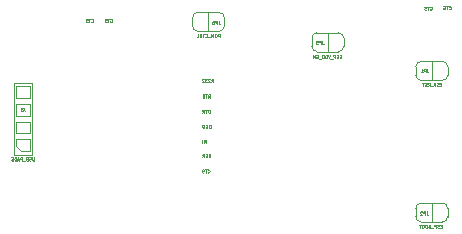
<source format=gbr>
%TF.GenerationSoftware,KiCad,Pcbnew,9.0.1*%
%TF.CreationDate,2025-04-09T10:04:17+05:30*%
%TF.ProjectId,ESPNut-D1,4553504e-7574-42d4-9431-2e6b69636164,0.1*%
%TF.SameCoordinates,Original*%
%TF.FileFunction,AssemblyDrawing,Bot*%
%FSLAX46Y46*%
G04 Gerber Fmt 4.6, Leading zero omitted, Abs format (unit mm)*
G04 Created by KiCad (PCBNEW 9.0.1) date 2025-04-09 10:04:17*
%MOMM*%
%LPD*%
G01*
G04 APERTURE LIST*
%ADD10C,0.067500*%
%ADD11C,0.060000*%
%ADD12C,0.100000*%
G04 APERTURE END LIST*
D10*
X17322142Y13096603D02*
X17412142Y13225175D01*
X17476428Y13096603D02*
X17476428Y13366603D01*
X17476428Y13366603D02*
X17373571Y13366603D01*
X17373571Y13366603D02*
X17347856Y13353746D01*
X17347856Y13353746D02*
X17334999Y13340889D01*
X17334999Y13340889D02*
X17322142Y13315175D01*
X17322142Y13315175D02*
X17322142Y13276603D01*
X17322142Y13276603D02*
X17334999Y13250889D01*
X17334999Y13250889D02*
X17347856Y13238032D01*
X17347856Y13238032D02*
X17373571Y13225175D01*
X17373571Y13225175D02*
X17476428Y13225175D01*
X17219285Y13340889D02*
X17206428Y13353746D01*
X17206428Y13353746D02*
X17180714Y13366603D01*
X17180714Y13366603D02*
X17116428Y13366603D01*
X17116428Y13366603D02*
X17090714Y13353746D01*
X17090714Y13353746D02*
X17077856Y13340889D01*
X17077856Y13340889D02*
X17064999Y13315175D01*
X17064999Y13315175D02*
X17064999Y13289460D01*
X17064999Y13289460D02*
X17077856Y13250889D01*
X17077856Y13250889D02*
X17232142Y13096603D01*
X17232142Y13096603D02*
X17064999Y13096603D01*
X16974999Y13366603D02*
X16807856Y13366603D01*
X16807856Y13366603D02*
X16897856Y13263746D01*
X16897856Y13263746D02*
X16859285Y13263746D01*
X16859285Y13263746D02*
X16833571Y13250889D01*
X16833571Y13250889D02*
X16820713Y13238032D01*
X16820713Y13238032D02*
X16807856Y13212318D01*
X16807856Y13212318D02*
X16807856Y13148032D01*
X16807856Y13148032D02*
X16820713Y13122318D01*
X16820713Y13122318D02*
X16833571Y13109460D01*
X16833571Y13109460D02*
X16859285Y13096603D01*
X16859285Y13096603D02*
X16936428Y13096603D01*
X16936428Y13096603D02*
X16962142Y13109460D01*
X16962142Y13109460D02*
X16974999Y13122318D01*
X16704999Y13340889D02*
X16692142Y13353746D01*
X16692142Y13353746D02*
X16666428Y13366603D01*
X16666428Y13366603D02*
X16602142Y13366603D01*
X16602142Y13366603D02*
X16576428Y13353746D01*
X16576428Y13353746D02*
X16563570Y13340889D01*
X16563570Y13340889D02*
X16550713Y13315175D01*
X16550713Y13315175D02*
X16550713Y13289460D01*
X16550713Y13289460D02*
X16563570Y13250889D01*
X16563570Y13250889D02*
X16717856Y13096603D01*
X16717856Y13096603D02*
X16550713Y13096603D01*
X17244285Y6736603D02*
X17244285Y7006603D01*
X17244285Y7006603D02*
X17179999Y7006603D01*
X17179999Y7006603D02*
X17141428Y6993746D01*
X17141428Y6993746D02*
X17115713Y6968032D01*
X17115713Y6968032D02*
X17102856Y6942318D01*
X17102856Y6942318D02*
X17089999Y6890889D01*
X17089999Y6890889D02*
X17089999Y6852318D01*
X17089999Y6852318D02*
X17102856Y6800889D01*
X17102856Y6800889D02*
X17115713Y6775175D01*
X17115713Y6775175D02*
X17141428Y6749460D01*
X17141428Y6749460D02*
X17179999Y6736603D01*
X17179999Y6736603D02*
X17244285Y6736603D01*
X16987142Y6749460D02*
X16948571Y6736603D01*
X16948571Y6736603D02*
X16884285Y6736603D01*
X16884285Y6736603D02*
X16858571Y6749460D01*
X16858571Y6749460D02*
X16845713Y6762318D01*
X16845713Y6762318D02*
X16832856Y6788032D01*
X16832856Y6788032D02*
X16832856Y6813746D01*
X16832856Y6813746D02*
X16845713Y6839460D01*
X16845713Y6839460D02*
X16858571Y6852318D01*
X16858571Y6852318D02*
X16884285Y6865175D01*
X16884285Y6865175D02*
X16935713Y6878032D01*
X16935713Y6878032D02*
X16961428Y6890889D01*
X16961428Y6890889D02*
X16974285Y6903746D01*
X16974285Y6903746D02*
X16987142Y6929460D01*
X16987142Y6929460D02*
X16987142Y6955175D01*
X16987142Y6955175D02*
X16974285Y6980889D01*
X16974285Y6980889D02*
X16961428Y6993746D01*
X16961428Y6993746D02*
X16935713Y7006603D01*
X16935713Y7006603D02*
X16871428Y7006603D01*
X16871428Y7006603D02*
X16832856Y6993746D01*
X16562856Y6736603D02*
X16652856Y6865175D01*
X16717142Y6736603D02*
X16717142Y7006603D01*
X16717142Y7006603D02*
X16614285Y7006603D01*
X16614285Y7006603D02*
X16588570Y6993746D01*
X16588570Y6993746D02*
X16575713Y6980889D01*
X16575713Y6980889D02*
X16562856Y6955175D01*
X16562856Y6955175D02*
X16562856Y6916603D01*
X16562856Y6916603D02*
X16575713Y6890889D01*
X16575713Y6890889D02*
X16588570Y6878032D01*
X16588570Y6878032D02*
X16614285Y6865175D01*
X16614285Y6865175D02*
X16717142Y6865175D01*
X8757120Y18229582D02*
X8769977Y18216724D01*
X8769977Y18216724D02*
X8808549Y18203867D01*
X8808549Y18203867D02*
X8834263Y18203867D01*
X8834263Y18203867D02*
X8872834Y18216724D01*
X8872834Y18216724D02*
X8898549Y18242439D01*
X8898549Y18242439D02*
X8911406Y18268153D01*
X8911406Y18268153D02*
X8924263Y18319582D01*
X8924263Y18319582D02*
X8924263Y18358153D01*
X8924263Y18358153D02*
X8911406Y18409582D01*
X8911406Y18409582D02*
X8898549Y18435296D01*
X8898549Y18435296D02*
X8872834Y18461010D01*
X8872834Y18461010D02*
X8834263Y18473867D01*
X8834263Y18473867D02*
X8808549Y18473867D01*
X8808549Y18473867D02*
X8769977Y18461010D01*
X8769977Y18461010D02*
X8757120Y18448153D01*
X8679977Y18473867D02*
X8525692Y18473867D01*
X8602834Y18203867D02*
X8602834Y18473867D01*
X8448549Y18216724D02*
X8409978Y18203867D01*
X8409978Y18203867D02*
X8345692Y18203867D01*
X8345692Y18203867D02*
X8319978Y18216724D01*
X8319978Y18216724D02*
X8307120Y18229582D01*
X8307120Y18229582D02*
X8294263Y18255296D01*
X8294263Y18255296D02*
X8294263Y18281010D01*
X8294263Y18281010D02*
X8307120Y18306724D01*
X8307120Y18306724D02*
X8319978Y18319582D01*
X8319978Y18319582D02*
X8345692Y18332439D01*
X8345692Y18332439D02*
X8397120Y18345296D01*
X8397120Y18345296D02*
X8422835Y18358153D01*
X8422835Y18358153D02*
X8435692Y18371010D01*
X8435692Y18371010D02*
X8448549Y18396724D01*
X8448549Y18396724D02*
X8448549Y18422439D01*
X8448549Y18422439D02*
X8435692Y18448153D01*
X8435692Y18448153D02*
X8422835Y18461010D01*
X8422835Y18461010D02*
X8397120Y18473867D01*
X8397120Y18473867D02*
X8332835Y18473867D01*
X8332835Y18473867D02*
X8294263Y18461010D01*
X16680713Y7956603D02*
X16770713Y8085175D01*
X16834999Y7956603D02*
X16834999Y8226603D01*
X16834999Y8226603D02*
X16732142Y8226603D01*
X16732142Y8226603D02*
X16706427Y8213746D01*
X16706427Y8213746D02*
X16693570Y8200889D01*
X16693570Y8200889D02*
X16680713Y8175175D01*
X16680713Y8175175D02*
X16680713Y8136603D01*
X16680713Y8136603D02*
X16693570Y8110889D01*
X16693570Y8110889D02*
X16706427Y8098032D01*
X16706427Y8098032D02*
X16732142Y8085175D01*
X16732142Y8085175D02*
X16834999Y8085175D01*
X16564999Y7956603D02*
X16564999Y8226603D01*
X17250714Y9236603D02*
X17250714Y9506603D01*
X17250714Y9506603D02*
X17186428Y9506603D01*
X17186428Y9506603D02*
X17147857Y9493746D01*
X17147857Y9493746D02*
X17122142Y9468032D01*
X17122142Y9468032D02*
X17109285Y9442318D01*
X17109285Y9442318D02*
X17096428Y9390889D01*
X17096428Y9390889D02*
X17096428Y9352318D01*
X17096428Y9352318D02*
X17109285Y9300889D01*
X17109285Y9300889D02*
X17122142Y9275175D01*
X17122142Y9275175D02*
X17147857Y9249460D01*
X17147857Y9249460D02*
X17186428Y9236603D01*
X17186428Y9236603D02*
X17250714Y9236603D01*
X16826428Y9262318D02*
X16839285Y9249460D01*
X16839285Y9249460D02*
X16877857Y9236603D01*
X16877857Y9236603D02*
X16903571Y9236603D01*
X16903571Y9236603D02*
X16942142Y9249460D01*
X16942142Y9249460D02*
X16967857Y9275175D01*
X16967857Y9275175D02*
X16980714Y9300889D01*
X16980714Y9300889D02*
X16993571Y9352318D01*
X16993571Y9352318D02*
X16993571Y9390889D01*
X16993571Y9390889D02*
X16980714Y9442318D01*
X16980714Y9442318D02*
X16967857Y9468032D01*
X16967857Y9468032D02*
X16942142Y9493746D01*
X16942142Y9493746D02*
X16903571Y9506603D01*
X16903571Y9506603D02*
X16877857Y9506603D01*
X16877857Y9506603D02*
X16839285Y9493746D01*
X16839285Y9493746D02*
X16826428Y9480889D01*
X16710714Y9236603D02*
X16710714Y9506603D01*
X16710714Y9506603D02*
X16646428Y9506603D01*
X16646428Y9506603D02*
X16607857Y9493746D01*
X16607857Y9493746D02*
X16582142Y9468032D01*
X16582142Y9468032D02*
X16569285Y9442318D01*
X16569285Y9442318D02*
X16556428Y9390889D01*
X16556428Y9390889D02*
X16556428Y9352318D01*
X16556428Y9352318D02*
X16569285Y9300889D01*
X16569285Y9300889D02*
X16582142Y9275175D01*
X16582142Y9275175D02*
X16607857Y9249460D01*
X16607857Y9249460D02*
X16646428Y9236603D01*
X16646428Y9236603D02*
X16710714Y9236603D01*
X37417120Y19273998D02*
X37429977Y19261140D01*
X37429977Y19261140D02*
X37468549Y19248283D01*
X37468549Y19248283D02*
X37494263Y19248283D01*
X37494263Y19248283D02*
X37532834Y19261140D01*
X37532834Y19261140D02*
X37558549Y19286855D01*
X37558549Y19286855D02*
X37571406Y19312569D01*
X37571406Y19312569D02*
X37584263Y19363998D01*
X37584263Y19363998D02*
X37584263Y19402569D01*
X37584263Y19402569D02*
X37571406Y19453998D01*
X37571406Y19453998D02*
X37558549Y19479712D01*
X37558549Y19479712D02*
X37532834Y19505426D01*
X37532834Y19505426D02*
X37494263Y19518283D01*
X37494263Y19518283D02*
X37468549Y19518283D01*
X37468549Y19518283D02*
X37429977Y19505426D01*
X37429977Y19505426D02*
X37417120Y19492569D01*
X37339977Y19518283D02*
X37185692Y19518283D01*
X37262834Y19248283D02*
X37262834Y19518283D01*
X37108549Y19261140D02*
X37069978Y19248283D01*
X37069978Y19248283D02*
X37005692Y19248283D01*
X37005692Y19248283D02*
X36979978Y19261140D01*
X36979978Y19261140D02*
X36967120Y19273998D01*
X36967120Y19273998D02*
X36954263Y19299712D01*
X36954263Y19299712D02*
X36954263Y19325426D01*
X36954263Y19325426D02*
X36967120Y19351140D01*
X36967120Y19351140D02*
X36979978Y19363998D01*
X36979978Y19363998D02*
X37005692Y19376855D01*
X37005692Y19376855D02*
X37057120Y19389712D01*
X37057120Y19389712D02*
X37082835Y19402569D01*
X37082835Y19402569D02*
X37095692Y19415426D01*
X37095692Y19415426D02*
X37108549Y19441140D01*
X37108549Y19441140D02*
X37108549Y19466855D01*
X37108549Y19466855D02*
X37095692Y19492569D01*
X37095692Y19492569D02*
X37082835Y19505426D01*
X37082835Y19505426D02*
X37057120Y19518283D01*
X37057120Y19518283D02*
X36992835Y19518283D01*
X36992835Y19518283D02*
X36954263Y19505426D01*
X17198571Y10506603D02*
X17198571Y10776603D01*
X17198571Y10776603D02*
X17134285Y10776603D01*
X17134285Y10776603D02*
X17095714Y10763746D01*
X17095714Y10763746D02*
X17069999Y10738032D01*
X17069999Y10738032D02*
X17057142Y10712318D01*
X17057142Y10712318D02*
X17044285Y10660889D01*
X17044285Y10660889D02*
X17044285Y10622318D01*
X17044285Y10622318D02*
X17057142Y10570889D01*
X17057142Y10570889D02*
X17069999Y10545175D01*
X17069999Y10545175D02*
X17095714Y10519460D01*
X17095714Y10519460D02*
X17134285Y10506603D01*
X17134285Y10506603D02*
X17198571Y10506603D01*
X16967142Y10776603D02*
X16812857Y10776603D01*
X16889999Y10506603D02*
X16889999Y10776603D01*
X16568571Y10506603D02*
X16658571Y10635175D01*
X16722857Y10506603D02*
X16722857Y10776603D01*
X16722857Y10776603D02*
X16620000Y10776603D01*
X16620000Y10776603D02*
X16594285Y10763746D01*
X16594285Y10763746D02*
X16581428Y10750889D01*
X16581428Y10750889D02*
X16568571Y10725175D01*
X16568571Y10725175D02*
X16568571Y10686603D01*
X16568571Y10686603D02*
X16581428Y10660889D01*
X16581428Y10660889D02*
X16594285Y10648032D01*
X16594285Y10648032D02*
X16620000Y10635175D01*
X16620000Y10635175D02*
X16722857Y10635175D01*
D11*
X36829999Y904642D02*
X36739999Y904642D01*
X36701427Y763213D02*
X36829999Y763213D01*
X36829999Y763213D02*
X36829999Y1033213D01*
X36829999Y1033213D02*
X36701427Y1033213D01*
X36598570Y776070D02*
X36559999Y763213D01*
X36559999Y763213D02*
X36495713Y763213D01*
X36495713Y763213D02*
X36469999Y776070D01*
X36469999Y776070D02*
X36457141Y788928D01*
X36457141Y788928D02*
X36444284Y814642D01*
X36444284Y814642D02*
X36444284Y840356D01*
X36444284Y840356D02*
X36457141Y866070D01*
X36457141Y866070D02*
X36469999Y878928D01*
X36469999Y878928D02*
X36495713Y891785D01*
X36495713Y891785D02*
X36547141Y904642D01*
X36547141Y904642D02*
X36572856Y917499D01*
X36572856Y917499D02*
X36585713Y930356D01*
X36585713Y930356D02*
X36598570Y956070D01*
X36598570Y956070D02*
X36598570Y981785D01*
X36598570Y981785D02*
X36585713Y1007499D01*
X36585713Y1007499D02*
X36572856Y1020356D01*
X36572856Y1020356D02*
X36547141Y1033213D01*
X36547141Y1033213D02*
X36482856Y1033213D01*
X36482856Y1033213D02*
X36444284Y1020356D01*
X36328570Y763213D02*
X36328570Y1033213D01*
X36328570Y1033213D02*
X36225713Y1033213D01*
X36225713Y1033213D02*
X36199998Y1020356D01*
X36199998Y1020356D02*
X36187141Y1007499D01*
X36187141Y1007499D02*
X36174284Y981785D01*
X36174284Y981785D02*
X36174284Y943213D01*
X36174284Y943213D02*
X36187141Y917499D01*
X36187141Y917499D02*
X36199998Y904642D01*
X36199998Y904642D02*
X36225713Y891785D01*
X36225713Y891785D02*
X36328570Y891785D01*
X36122856Y737499D02*
X35917141Y737499D01*
X35762856Y904642D02*
X35724284Y891785D01*
X35724284Y891785D02*
X35711427Y878928D01*
X35711427Y878928D02*
X35698570Y853213D01*
X35698570Y853213D02*
X35698570Y814642D01*
X35698570Y814642D02*
X35711427Y788928D01*
X35711427Y788928D02*
X35724284Y776070D01*
X35724284Y776070D02*
X35749999Y763213D01*
X35749999Y763213D02*
X35852856Y763213D01*
X35852856Y763213D02*
X35852856Y1033213D01*
X35852856Y1033213D02*
X35762856Y1033213D01*
X35762856Y1033213D02*
X35737142Y1020356D01*
X35737142Y1020356D02*
X35724284Y1007499D01*
X35724284Y1007499D02*
X35711427Y981785D01*
X35711427Y981785D02*
X35711427Y956070D01*
X35711427Y956070D02*
X35724284Y930356D01*
X35724284Y930356D02*
X35737142Y917499D01*
X35737142Y917499D02*
X35762856Y904642D01*
X35762856Y904642D02*
X35852856Y904642D01*
X35531427Y1033213D02*
X35479999Y1033213D01*
X35479999Y1033213D02*
X35454284Y1020356D01*
X35454284Y1020356D02*
X35428570Y994642D01*
X35428570Y994642D02*
X35415713Y943213D01*
X35415713Y943213D02*
X35415713Y853213D01*
X35415713Y853213D02*
X35428570Y801785D01*
X35428570Y801785D02*
X35454284Y776070D01*
X35454284Y776070D02*
X35479999Y763213D01*
X35479999Y763213D02*
X35531427Y763213D01*
X35531427Y763213D02*
X35557142Y776070D01*
X35557142Y776070D02*
X35582856Y801785D01*
X35582856Y801785D02*
X35595713Y853213D01*
X35595713Y853213D02*
X35595713Y943213D01*
X35595713Y943213D02*
X35582856Y994642D01*
X35582856Y994642D02*
X35557142Y1020356D01*
X35557142Y1020356D02*
X35531427Y1033213D01*
X35248570Y1033213D02*
X35197142Y1033213D01*
X35197142Y1033213D02*
X35171427Y1020356D01*
X35171427Y1020356D02*
X35145713Y994642D01*
X35145713Y994642D02*
X35132856Y943213D01*
X35132856Y943213D02*
X35132856Y853213D01*
X35132856Y853213D02*
X35145713Y801785D01*
X35145713Y801785D02*
X35171427Y776070D01*
X35171427Y776070D02*
X35197142Y763213D01*
X35197142Y763213D02*
X35248570Y763213D01*
X35248570Y763213D02*
X35274285Y776070D01*
X35274285Y776070D02*
X35299999Y801785D01*
X35299999Y801785D02*
X35312856Y853213D01*
X35312856Y853213D02*
X35312856Y943213D01*
X35312856Y943213D02*
X35299999Y994642D01*
X35299999Y994642D02*
X35274285Y1020356D01*
X35274285Y1020356D02*
X35248570Y1033213D01*
X35055713Y1033213D02*
X34901428Y1033213D01*
X34978570Y763213D02*
X34978570Y1033213D01*
D10*
X35544164Y2151553D02*
X35544164Y1958696D01*
X35544164Y1958696D02*
X35557021Y1920125D01*
X35557021Y1920125D02*
X35582735Y1894410D01*
X35582735Y1894410D02*
X35621307Y1881553D01*
X35621307Y1881553D02*
X35647021Y1881553D01*
X35415593Y1881553D02*
X35415593Y2151553D01*
X35415593Y2151553D02*
X35312736Y2151553D01*
X35312736Y2151553D02*
X35287021Y2138696D01*
X35287021Y2138696D02*
X35274164Y2125839D01*
X35274164Y2125839D02*
X35261307Y2100125D01*
X35261307Y2100125D02*
X35261307Y2061553D01*
X35261307Y2061553D02*
X35274164Y2035839D01*
X35274164Y2035839D02*
X35287021Y2022982D01*
X35287021Y2022982D02*
X35312736Y2010125D01*
X35312736Y2010125D02*
X35415593Y2010125D01*
X35158450Y2125839D02*
X35145593Y2138696D01*
X35145593Y2138696D02*
X35119879Y2151553D01*
X35119879Y2151553D02*
X35055593Y2151553D01*
X35055593Y2151553D02*
X35029879Y2138696D01*
X35029879Y2138696D02*
X35017021Y2125839D01*
X35017021Y2125839D02*
X35004164Y2100125D01*
X35004164Y2100125D02*
X35004164Y2074410D01*
X35004164Y2074410D02*
X35017021Y2035839D01*
X35017021Y2035839D02*
X35171307Y1881553D01*
X35171307Y1881553D02*
X35004164Y1881553D01*
D11*
X36795714Y12904642D02*
X36705714Y12904642D01*
X36667142Y12763213D02*
X36795714Y12763213D01*
X36795714Y12763213D02*
X36795714Y13033213D01*
X36795714Y13033213D02*
X36667142Y13033213D01*
X36564285Y12776070D02*
X36525714Y12763213D01*
X36525714Y12763213D02*
X36461428Y12763213D01*
X36461428Y12763213D02*
X36435714Y12776070D01*
X36435714Y12776070D02*
X36422856Y12788928D01*
X36422856Y12788928D02*
X36409999Y12814642D01*
X36409999Y12814642D02*
X36409999Y12840356D01*
X36409999Y12840356D02*
X36422856Y12866070D01*
X36422856Y12866070D02*
X36435714Y12878928D01*
X36435714Y12878928D02*
X36461428Y12891785D01*
X36461428Y12891785D02*
X36512856Y12904642D01*
X36512856Y12904642D02*
X36538571Y12917499D01*
X36538571Y12917499D02*
X36551428Y12930356D01*
X36551428Y12930356D02*
X36564285Y12956070D01*
X36564285Y12956070D02*
X36564285Y12981785D01*
X36564285Y12981785D02*
X36551428Y13007499D01*
X36551428Y13007499D02*
X36538571Y13020356D01*
X36538571Y13020356D02*
X36512856Y13033213D01*
X36512856Y13033213D02*
X36448571Y13033213D01*
X36448571Y13033213D02*
X36409999Y13020356D01*
X36294285Y12763213D02*
X36294285Y13033213D01*
X36294285Y13033213D02*
X36191428Y13033213D01*
X36191428Y13033213D02*
X36165713Y13020356D01*
X36165713Y13020356D02*
X36152856Y13007499D01*
X36152856Y13007499D02*
X36139999Y12981785D01*
X36139999Y12981785D02*
X36139999Y12943213D01*
X36139999Y12943213D02*
X36152856Y12917499D01*
X36152856Y12917499D02*
X36165713Y12904642D01*
X36165713Y12904642D02*
X36191428Y12891785D01*
X36191428Y12891785D02*
X36294285Y12891785D01*
X36088571Y12737499D02*
X35882856Y12737499D01*
X35664285Y12763213D02*
X35754285Y12891785D01*
X35818571Y12763213D02*
X35818571Y13033213D01*
X35818571Y13033213D02*
X35715714Y13033213D01*
X35715714Y13033213D02*
X35689999Y13020356D01*
X35689999Y13020356D02*
X35677142Y13007499D01*
X35677142Y13007499D02*
X35664285Y12981785D01*
X35664285Y12981785D02*
X35664285Y12943213D01*
X35664285Y12943213D02*
X35677142Y12917499D01*
X35677142Y12917499D02*
X35689999Y12904642D01*
X35689999Y12904642D02*
X35715714Y12891785D01*
X35715714Y12891785D02*
X35818571Y12891785D01*
X35561428Y12776070D02*
X35522857Y12763213D01*
X35522857Y12763213D02*
X35458571Y12763213D01*
X35458571Y12763213D02*
X35432857Y12776070D01*
X35432857Y12776070D02*
X35419999Y12788928D01*
X35419999Y12788928D02*
X35407142Y12814642D01*
X35407142Y12814642D02*
X35407142Y12840356D01*
X35407142Y12840356D02*
X35419999Y12866070D01*
X35419999Y12866070D02*
X35432857Y12878928D01*
X35432857Y12878928D02*
X35458571Y12891785D01*
X35458571Y12891785D02*
X35509999Y12904642D01*
X35509999Y12904642D02*
X35535714Y12917499D01*
X35535714Y12917499D02*
X35548571Y12930356D01*
X35548571Y12930356D02*
X35561428Y12956070D01*
X35561428Y12956070D02*
X35561428Y12981785D01*
X35561428Y12981785D02*
X35548571Y13007499D01*
X35548571Y13007499D02*
X35535714Y13020356D01*
X35535714Y13020356D02*
X35509999Y13033213D01*
X35509999Y13033213D02*
X35445714Y13033213D01*
X35445714Y13033213D02*
X35407142Y13020356D01*
X35329999Y13033213D02*
X35175714Y13033213D01*
X35252856Y12763213D02*
X35252856Y13033213D01*
D10*
X35599164Y14186553D02*
X35599164Y13993696D01*
X35599164Y13993696D02*
X35612021Y13955125D01*
X35612021Y13955125D02*
X35637735Y13929410D01*
X35637735Y13929410D02*
X35676307Y13916553D01*
X35676307Y13916553D02*
X35702021Y13916553D01*
X35470593Y13916553D02*
X35470593Y14186553D01*
X35470593Y14186553D02*
X35367736Y14186553D01*
X35367736Y14186553D02*
X35342021Y14173696D01*
X35342021Y14173696D02*
X35329164Y14160839D01*
X35329164Y14160839D02*
X35316307Y14135125D01*
X35316307Y14135125D02*
X35316307Y14096553D01*
X35316307Y14096553D02*
X35329164Y14070839D01*
X35329164Y14070839D02*
X35342021Y14057982D01*
X35342021Y14057982D02*
X35367736Y14045125D01*
X35367736Y14045125D02*
X35470593Y14045125D01*
X35059164Y13916553D02*
X35213450Y13916553D01*
X35136307Y13916553D02*
X35136307Y14186553D01*
X35136307Y14186553D02*
X35162021Y14147982D01*
X35162021Y14147982D02*
X35187736Y14122268D01*
X35187736Y14122268D02*
X35213450Y14109410D01*
X35817120Y19245470D02*
X35829977Y19232612D01*
X35829977Y19232612D02*
X35868549Y19219755D01*
X35868549Y19219755D02*
X35894263Y19219755D01*
X35894263Y19219755D02*
X35932834Y19232612D01*
X35932834Y19232612D02*
X35958549Y19258327D01*
X35958549Y19258327D02*
X35971406Y19284041D01*
X35971406Y19284041D02*
X35984263Y19335470D01*
X35984263Y19335470D02*
X35984263Y19374041D01*
X35984263Y19374041D02*
X35971406Y19425470D01*
X35971406Y19425470D02*
X35958549Y19451184D01*
X35958549Y19451184D02*
X35932834Y19476898D01*
X35932834Y19476898D02*
X35894263Y19489755D01*
X35894263Y19489755D02*
X35868549Y19489755D01*
X35868549Y19489755D02*
X35829977Y19476898D01*
X35829977Y19476898D02*
X35817120Y19464041D01*
X35739977Y19489755D02*
X35585692Y19489755D01*
X35662834Y19219755D02*
X35662834Y19489755D01*
X35508549Y19232612D02*
X35469978Y19219755D01*
X35469978Y19219755D02*
X35405692Y19219755D01*
X35405692Y19219755D02*
X35379978Y19232612D01*
X35379978Y19232612D02*
X35367120Y19245470D01*
X35367120Y19245470D02*
X35354263Y19271184D01*
X35354263Y19271184D02*
X35354263Y19296898D01*
X35354263Y19296898D02*
X35367120Y19322612D01*
X35367120Y19322612D02*
X35379978Y19335470D01*
X35379978Y19335470D02*
X35405692Y19348327D01*
X35405692Y19348327D02*
X35457120Y19361184D01*
X35457120Y19361184D02*
X35482835Y19374041D01*
X35482835Y19374041D02*
X35495692Y19386898D01*
X35495692Y19386898D02*
X35508549Y19412612D01*
X35508549Y19412612D02*
X35508549Y19438327D01*
X35508549Y19438327D02*
X35495692Y19464041D01*
X35495692Y19464041D02*
X35482835Y19476898D01*
X35482835Y19476898D02*
X35457120Y19489755D01*
X35457120Y19489755D02*
X35392835Y19489755D01*
X35392835Y19489755D02*
X35354263Y19476898D01*
D11*
X28305714Y15254642D02*
X28215714Y15254642D01*
X28177142Y15113213D02*
X28305714Y15113213D01*
X28305714Y15113213D02*
X28305714Y15383213D01*
X28305714Y15383213D02*
X28177142Y15383213D01*
X28074285Y15126070D02*
X28035714Y15113213D01*
X28035714Y15113213D02*
X27971428Y15113213D01*
X27971428Y15113213D02*
X27945714Y15126070D01*
X27945714Y15126070D02*
X27932856Y15138928D01*
X27932856Y15138928D02*
X27919999Y15164642D01*
X27919999Y15164642D02*
X27919999Y15190356D01*
X27919999Y15190356D02*
X27932856Y15216070D01*
X27932856Y15216070D02*
X27945714Y15228928D01*
X27945714Y15228928D02*
X27971428Y15241785D01*
X27971428Y15241785D02*
X28022856Y15254642D01*
X28022856Y15254642D02*
X28048571Y15267499D01*
X28048571Y15267499D02*
X28061428Y15280356D01*
X28061428Y15280356D02*
X28074285Y15306070D01*
X28074285Y15306070D02*
X28074285Y15331785D01*
X28074285Y15331785D02*
X28061428Y15357499D01*
X28061428Y15357499D02*
X28048571Y15370356D01*
X28048571Y15370356D02*
X28022856Y15383213D01*
X28022856Y15383213D02*
X27958571Y15383213D01*
X27958571Y15383213D02*
X27919999Y15370356D01*
X27804285Y15113213D02*
X27804285Y15383213D01*
X27804285Y15383213D02*
X27701428Y15383213D01*
X27701428Y15383213D02*
X27675713Y15370356D01*
X27675713Y15370356D02*
X27662856Y15357499D01*
X27662856Y15357499D02*
X27649999Y15331785D01*
X27649999Y15331785D02*
X27649999Y15293213D01*
X27649999Y15293213D02*
X27662856Y15267499D01*
X27662856Y15267499D02*
X27675713Y15254642D01*
X27675713Y15254642D02*
X27701428Y15241785D01*
X27701428Y15241785D02*
X27804285Y15241785D01*
X27598571Y15087499D02*
X27392856Y15087499D01*
X27367142Y15383213D02*
X27277142Y15113213D01*
X27277142Y15113213D02*
X27187142Y15383213D01*
X27097142Y15113213D02*
X27097142Y15383213D01*
X27097142Y15383213D02*
X27032856Y15383213D01*
X27032856Y15383213D02*
X26994285Y15370356D01*
X26994285Y15370356D02*
X26968570Y15344642D01*
X26968570Y15344642D02*
X26955713Y15318928D01*
X26955713Y15318928D02*
X26942856Y15267499D01*
X26942856Y15267499D02*
X26942856Y15228928D01*
X26942856Y15228928D02*
X26955713Y15177499D01*
X26955713Y15177499D02*
X26968570Y15151785D01*
X26968570Y15151785D02*
X26994285Y15126070D01*
X26994285Y15126070D02*
X27032856Y15113213D01*
X27032856Y15113213D02*
X27097142Y15113213D01*
X26827142Y15113213D02*
X26827142Y15383213D01*
X26827142Y15383213D02*
X26762856Y15383213D01*
X26762856Y15383213D02*
X26724285Y15370356D01*
X26724285Y15370356D02*
X26698570Y15344642D01*
X26698570Y15344642D02*
X26685713Y15318928D01*
X26685713Y15318928D02*
X26672856Y15267499D01*
X26672856Y15267499D02*
X26672856Y15228928D01*
X26672856Y15228928D02*
X26685713Y15177499D01*
X26685713Y15177499D02*
X26698570Y15151785D01*
X26698570Y15151785D02*
X26724285Y15126070D01*
X26724285Y15126070D02*
X26762856Y15113213D01*
X26762856Y15113213D02*
X26827142Y15113213D01*
X26621428Y15087499D02*
X26415713Y15087499D01*
X26364285Y15126070D02*
X26325714Y15113213D01*
X26325714Y15113213D02*
X26261428Y15113213D01*
X26261428Y15113213D02*
X26235714Y15126070D01*
X26235714Y15126070D02*
X26222856Y15138928D01*
X26222856Y15138928D02*
X26209999Y15164642D01*
X26209999Y15164642D02*
X26209999Y15190356D01*
X26209999Y15190356D02*
X26222856Y15216070D01*
X26222856Y15216070D02*
X26235714Y15228928D01*
X26235714Y15228928D02*
X26261428Y15241785D01*
X26261428Y15241785D02*
X26312856Y15254642D01*
X26312856Y15254642D02*
X26338571Y15267499D01*
X26338571Y15267499D02*
X26351428Y15280356D01*
X26351428Y15280356D02*
X26364285Y15306070D01*
X26364285Y15306070D02*
X26364285Y15331785D01*
X26364285Y15331785D02*
X26351428Y15357499D01*
X26351428Y15357499D02*
X26338571Y15370356D01*
X26338571Y15370356D02*
X26312856Y15383213D01*
X26312856Y15383213D02*
X26248571Y15383213D01*
X26248571Y15383213D02*
X26209999Y15370356D01*
X26119999Y15383213D02*
X26055713Y15113213D01*
X26055713Y15113213D02*
X26004285Y15306070D01*
X26004285Y15306070D02*
X25952856Y15113213D01*
X25952856Y15113213D02*
X25888571Y15383213D01*
D10*
X26719164Y16591553D02*
X26719164Y16398696D01*
X26719164Y16398696D02*
X26732021Y16360125D01*
X26732021Y16360125D02*
X26757735Y16334410D01*
X26757735Y16334410D02*
X26796307Y16321553D01*
X26796307Y16321553D02*
X26822021Y16321553D01*
X26590593Y16321553D02*
X26590593Y16591553D01*
X26590593Y16591553D02*
X26487736Y16591553D01*
X26487736Y16591553D02*
X26462021Y16578696D01*
X26462021Y16578696D02*
X26449164Y16565839D01*
X26449164Y16565839D02*
X26436307Y16540125D01*
X26436307Y16540125D02*
X26436307Y16501553D01*
X26436307Y16501553D02*
X26449164Y16475839D01*
X26449164Y16475839D02*
X26462021Y16462982D01*
X26462021Y16462982D02*
X26487736Y16450125D01*
X26487736Y16450125D02*
X26590593Y16450125D01*
X26192021Y16591553D02*
X26320593Y16591553D01*
X26320593Y16591553D02*
X26333450Y16462982D01*
X26333450Y16462982D02*
X26320593Y16475839D01*
X26320593Y16475839D02*
X26294879Y16488696D01*
X26294879Y16488696D02*
X26230593Y16488696D01*
X26230593Y16488696D02*
X26204879Y16475839D01*
X26204879Y16475839D02*
X26192021Y16462982D01*
X26192021Y16462982D02*
X26179164Y16437268D01*
X26179164Y16437268D02*
X26179164Y16372982D01*
X26179164Y16372982D02*
X26192021Y16347268D01*
X26192021Y16347268D02*
X26204879Y16334410D01*
X26204879Y16334410D02*
X26230593Y16321553D01*
X26230593Y16321553D02*
X26294879Y16321553D01*
X26294879Y16321553D02*
X26320593Y16334410D01*
X26320593Y16334410D02*
X26333450Y16347268D01*
D11*
X18026427Y16903213D02*
X18026427Y17173213D01*
X18026427Y17173213D02*
X17923570Y17173213D01*
X17923570Y17173213D02*
X17897855Y17160356D01*
X17897855Y17160356D02*
X17884998Y17147499D01*
X17884998Y17147499D02*
X17872141Y17121785D01*
X17872141Y17121785D02*
X17872141Y17083213D01*
X17872141Y17083213D02*
X17884998Y17057499D01*
X17884998Y17057499D02*
X17897855Y17044642D01*
X17897855Y17044642D02*
X17923570Y17031785D01*
X17923570Y17031785D02*
X18026427Y17031785D01*
X17704998Y17173213D02*
X17653570Y17173213D01*
X17653570Y17173213D02*
X17627855Y17160356D01*
X17627855Y17160356D02*
X17602141Y17134642D01*
X17602141Y17134642D02*
X17589284Y17083213D01*
X17589284Y17083213D02*
X17589284Y16993213D01*
X17589284Y16993213D02*
X17602141Y16941785D01*
X17602141Y16941785D02*
X17627855Y16916070D01*
X17627855Y16916070D02*
X17653570Y16903213D01*
X17653570Y16903213D02*
X17704998Y16903213D01*
X17704998Y16903213D02*
X17730713Y16916070D01*
X17730713Y16916070D02*
X17756427Y16941785D01*
X17756427Y16941785D02*
X17769284Y16993213D01*
X17769284Y16993213D02*
X17769284Y17083213D01*
X17769284Y17083213D02*
X17756427Y17134642D01*
X17756427Y17134642D02*
X17730713Y17160356D01*
X17730713Y17160356D02*
X17704998Y17173213D01*
X17499284Y17173213D02*
X17434998Y16903213D01*
X17434998Y16903213D02*
X17383570Y17096070D01*
X17383570Y17096070D02*
X17332141Y16903213D01*
X17332141Y16903213D02*
X17267856Y17173213D01*
X17229285Y16877499D02*
X17023570Y16877499D01*
X16804999Y16928928D02*
X16817856Y16916070D01*
X16817856Y16916070D02*
X16856428Y16903213D01*
X16856428Y16903213D02*
X16882142Y16903213D01*
X16882142Y16903213D02*
X16920713Y16916070D01*
X16920713Y16916070D02*
X16946428Y16941785D01*
X16946428Y16941785D02*
X16959285Y16967499D01*
X16959285Y16967499D02*
X16972142Y17018928D01*
X16972142Y17018928D02*
X16972142Y17057499D01*
X16972142Y17057499D02*
X16959285Y17108928D01*
X16959285Y17108928D02*
X16946428Y17134642D01*
X16946428Y17134642D02*
X16920713Y17160356D01*
X16920713Y17160356D02*
X16882142Y17173213D01*
X16882142Y17173213D02*
X16856428Y17173213D01*
X16856428Y17173213D02*
X16817856Y17160356D01*
X16817856Y17160356D02*
X16804999Y17147499D01*
X16727856Y17173213D02*
X16573571Y17173213D01*
X16650713Y16903213D02*
X16650713Y17173213D01*
X16329285Y16903213D02*
X16419285Y17031785D01*
X16483571Y16903213D02*
X16483571Y17173213D01*
X16483571Y17173213D02*
X16380714Y17173213D01*
X16380714Y17173213D02*
X16354999Y17160356D01*
X16354999Y17160356D02*
X16342142Y17147499D01*
X16342142Y17147499D02*
X16329285Y17121785D01*
X16329285Y17121785D02*
X16329285Y17083213D01*
X16329285Y17083213D02*
X16342142Y17057499D01*
X16342142Y17057499D02*
X16354999Y17044642D01*
X16354999Y17044642D02*
X16380714Y17031785D01*
X16380714Y17031785D02*
X16483571Y17031785D01*
X16084999Y16903213D02*
X16213571Y16903213D01*
X16213571Y16903213D02*
X16213571Y17173213D01*
D10*
X17939164Y18281553D02*
X17939164Y18088696D01*
X17939164Y18088696D02*
X17952021Y18050125D01*
X17952021Y18050125D02*
X17977735Y18024410D01*
X17977735Y18024410D02*
X18016307Y18011553D01*
X18016307Y18011553D02*
X18042021Y18011553D01*
X17810593Y18011553D02*
X17810593Y18281553D01*
X17810593Y18281553D02*
X17707736Y18281553D01*
X17707736Y18281553D02*
X17682021Y18268696D01*
X17682021Y18268696D02*
X17669164Y18255839D01*
X17669164Y18255839D02*
X17656307Y18230125D01*
X17656307Y18230125D02*
X17656307Y18191553D01*
X17656307Y18191553D02*
X17669164Y18165839D01*
X17669164Y18165839D02*
X17682021Y18152982D01*
X17682021Y18152982D02*
X17707736Y18140125D01*
X17707736Y18140125D02*
X17810593Y18140125D01*
X17424879Y18281553D02*
X17476307Y18281553D01*
X17476307Y18281553D02*
X17502021Y18268696D01*
X17502021Y18268696D02*
X17514879Y18255839D01*
X17514879Y18255839D02*
X17540593Y18217268D01*
X17540593Y18217268D02*
X17553450Y18165839D01*
X17553450Y18165839D02*
X17553450Y18062982D01*
X17553450Y18062982D02*
X17540593Y18037268D01*
X17540593Y18037268D02*
X17527736Y18024410D01*
X17527736Y18024410D02*
X17502021Y18011553D01*
X17502021Y18011553D02*
X17450593Y18011553D01*
X17450593Y18011553D02*
X17424879Y18024410D01*
X17424879Y18024410D02*
X17412021Y18037268D01*
X17412021Y18037268D02*
X17399164Y18062982D01*
X17399164Y18062982D02*
X17399164Y18127268D01*
X17399164Y18127268D02*
X17412021Y18152982D01*
X17412021Y18152982D02*
X17424879Y18165839D01*
X17424879Y18165839D02*
X17450593Y18178696D01*
X17450593Y18178696D02*
X17502021Y18178696D01*
X17502021Y18178696D02*
X17527736Y18165839D01*
X17527736Y18165839D02*
X17540593Y18152982D01*
X17540593Y18152982D02*
X17553450Y18127268D01*
D11*
X2317857Y6728213D02*
X2317857Y6509642D01*
X2317857Y6509642D02*
X2305000Y6483928D01*
X2305000Y6483928D02*
X2292143Y6471070D01*
X2292143Y6471070D02*
X2266428Y6458213D01*
X2266428Y6458213D02*
X2215000Y6458213D01*
X2215000Y6458213D02*
X2189285Y6471070D01*
X2189285Y6471070D02*
X2176428Y6483928D01*
X2176428Y6483928D02*
X2163571Y6509642D01*
X2163571Y6509642D02*
X2163571Y6728213D01*
X2047857Y6471070D02*
X2009286Y6458213D01*
X2009286Y6458213D02*
X1945000Y6458213D01*
X1945000Y6458213D02*
X1919286Y6471070D01*
X1919286Y6471070D02*
X1906428Y6483928D01*
X1906428Y6483928D02*
X1893571Y6509642D01*
X1893571Y6509642D02*
X1893571Y6535356D01*
X1893571Y6535356D02*
X1906428Y6561070D01*
X1906428Y6561070D02*
X1919286Y6573928D01*
X1919286Y6573928D02*
X1945000Y6586785D01*
X1945000Y6586785D02*
X1996428Y6599642D01*
X1996428Y6599642D02*
X2022143Y6612499D01*
X2022143Y6612499D02*
X2035000Y6625356D01*
X2035000Y6625356D02*
X2047857Y6651070D01*
X2047857Y6651070D02*
X2047857Y6676785D01*
X2047857Y6676785D02*
X2035000Y6702499D01*
X2035000Y6702499D02*
X2022143Y6715356D01*
X2022143Y6715356D02*
X1996428Y6728213D01*
X1996428Y6728213D02*
X1932143Y6728213D01*
X1932143Y6728213D02*
X1893571Y6715356D01*
X1687857Y6599642D02*
X1649285Y6586785D01*
X1649285Y6586785D02*
X1636428Y6573928D01*
X1636428Y6573928D02*
X1623571Y6548213D01*
X1623571Y6548213D02*
X1623571Y6509642D01*
X1623571Y6509642D02*
X1636428Y6483928D01*
X1636428Y6483928D02*
X1649285Y6471070D01*
X1649285Y6471070D02*
X1675000Y6458213D01*
X1675000Y6458213D02*
X1777857Y6458213D01*
X1777857Y6458213D02*
X1777857Y6728213D01*
X1777857Y6728213D02*
X1687857Y6728213D01*
X1687857Y6728213D02*
X1662143Y6715356D01*
X1662143Y6715356D02*
X1649285Y6702499D01*
X1649285Y6702499D02*
X1636428Y6676785D01*
X1636428Y6676785D02*
X1636428Y6651070D01*
X1636428Y6651070D02*
X1649285Y6625356D01*
X1649285Y6625356D02*
X1662143Y6612499D01*
X1662143Y6612499D02*
X1687857Y6599642D01*
X1687857Y6599642D02*
X1777857Y6599642D01*
X1572143Y6432499D02*
X1366428Y6432499D01*
X1302143Y6458213D02*
X1302143Y6728213D01*
X1302143Y6728213D02*
X1199286Y6728213D01*
X1199286Y6728213D02*
X1173571Y6715356D01*
X1173571Y6715356D02*
X1160714Y6702499D01*
X1160714Y6702499D02*
X1147857Y6676785D01*
X1147857Y6676785D02*
X1147857Y6638213D01*
X1147857Y6638213D02*
X1160714Y6612499D01*
X1160714Y6612499D02*
X1173571Y6599642D01*
X1173571Y6599642D02*
X1199286Y6586785D01*
X1199286Y6586785D02*
X1302143Y6586785D01*
X1045000Y6535356D02*
X916429Y6535356D01*
X1070714Y6458213D02*
X980714Y6728213D01*
X980714Y6728213D02*
X890714Y6458213D01*
X800714Y6458213D02*
X800714Y6728213D01*
X800714Y6728213D02*
X736428Y6728213D01*
X736428Y6728213D02*
X697857Y6715356D01*
X697857Y6715356D02*
X672142Y6689642D01*
X672142Y6689642D02*
X659285Y6663928D01*
X659285Y6663928D02*
X646428Y6612499D01*
X646428Y6612499D02*
X646428Y6573928D01*
X646428Y6573928D02*
X659285Y6522499D01*
X659285Y6522499D02*
X672142Y6496785D01*
X672142Y6496785D02*
X697857Y6471070D01*
X697857Y6471070D02*
X736428Y6458213D01*
X736428Y6458213D02*
X800714Y6458213D01*
X543571Y6471070D02*
X505000Y6458213D01*
X505000Y6458213D02*
X440714Y6458213D01*
X440714Y6458213D02*
X415000Y6471070D01*
X415000Y6471070D02*
X402142Y6483928D01*
X402142Y6483928D02*
X389285Y6509642D01*
X389285Y6509642D02*
X389285Y6535356D01*
X389285Y6535356D02*
X402142Y6561070D01*
X402142Y6561070D02*
X415000Y6573928D01*
X415000Y6573928D02*
X440714Y6586785D01*
X440714Y6586785D02*
X492142Y6599642D01*
X492142Y6599642D02*
X517857Y6612499D01*
X517857Y6612499D02*
X530714Y6625356D01*
X530714Y6625356D02*
X543571Y6651070D01*
X543571Y6651070D02*
X543571Y6676785D01*
X543571Y6676785D02*
X530714Y6702499D01*
X530714Y6702499D02*
X517857Y6715356D01*
X517857Y6715356D02*
X492142Y6728213D01*
X492142Y6728213D02*
X427857Y6728213D01*
X427857Y6728213D02*
X389285Y6715356D01*
X1469999Y10938213D02*
X1469999Y10745356D01*
X1469999Y10745356D02*
X1482856Y10706785D01*
X1482856Y10706785D02*
X1508570Y10681070D01*
X1508570Y10681070D02*
X1547142Y10668213D01*
X1547142Y10668213D02*
X1572856Y10668213D01*
X1367142Y10938213D02*
X1199999Y10938213D01*
X1199999Y10938213D02*
X1289999Y10835356D01*
X1289999Y10835356D02*
X1251428Y10835356D01*
X1251428Y10835356D02*
X1225714Y10822499D01*
X1225714Y10822499D02*
X1212856Y10809642D01*
X1212856Y10809642D02*
X1199999Y10783928D01*
X1199999Y10783928D02*
X1199999Y10719642D01*
X1199999Y10719642D02*
X1212856Y10693928D01*
X1212856Y10693928D02*
X1225714Y10681070D01*
X1225714Y10681070D02*
X1251428Y10668213D01*
X1251428Y10668213D02*
X1328571Y10668213D01*
X1328571Y10668213D02*
X1354285Y10681070D01*
X1354285Y10681070D02*
X1367142Y10693928D01*
D10*
X7147120Y18222526D02*
X7159977Y18209668D01*
X7159977Y18209668D02*
X7198549Y18196811D01*
X7198549Y18196811D02*
X7224263Y18196811D01*
X7224263Y18196811D02*
X7262834Y18209668D01*
X7262834Y18209668D02*
X7288549Y18235383D01*
X7288549Y18235383D02*
X7301406Y18261097D01*
X7301406Y18261097D02*
X7314263Y18312526D01*
X7314263Y18312526D02*
X7314263Y18351097D01*
X7314263Y18351097D02*
X7301406Y18402526D01*
X7301406Y18402526D02*
X7288549Y18428240D01*
X7288549Y18428240D02*
X7262834Y18453954D01*
X7262834Y18453954D02*
X7224263Y18466811D01*
X7224263Y18466811D02*
X7198549Y18466811D01*
X7198549Y18466811D02*
X7159977Y18453954D01*
X7159977Y18453954D02*
X7147120Y18441097D01*
X7069977Y18466811D02*
X6915692Y18466811D01*
X6992834Y18196811D02*
X6992834Y18466811D01*
X6838549Y18209668D02*
X6799978Y18196811D01*
X6799978Y18196811D02*
X6735692Y18196811D01*
X6735692Y18196811D02*
X6709978Y18209668D01*
X6709978Y18209668D02*
X6697120Y18222526D01*
X6697120Y18222526D02*
X6684263Y18248240D01*
X6684263Y18248240D02*
X6684263Y18273954D01*
X6684263Y18273954D02*
X6697120Y18299668D01*
X6697120Y18299668D02*
X6709978Y18312526D01*
X6709978Y18312526D02*
X6735692Y18325383D01*
X6735692Y18325383D02*
X6787120Y18338240D01*
X6787120Y18338240D02*
X6812835Y18351097D01*
X6812835Y18351097D02*
X6825692Y18363954D01*
X6825692Y18363954D02*
X6838549Y18389668D01*
X6838549Y18389668D02*
X6838549Y18415383D01*
X6838549Y18415383D02*
X6825692Y18441097D01*
X6825692Y18441097D02*
X6812835Y18453954D01*
X6812835Y18453954D02*
X6787120Y18466811D01*
X6787120Y18466811D02*
X6722835Y18466811D01*
X6722835Y18466811D02*
X6684263Y18453954D01*
X16997856Y5462318D02*
X17010713Y5449460D01*
X17010713Y5449460D02*
X17049285Y5436603D01*
X17049285Y5436603D02*
X17074999Y5436603D01*
X17074999Y5436603D02*
X17113570Y5449460D01*
X17113570Y5449460D02*
X17139285Y5475175D01*
X17139285Y5475175D02*
X17152142Y5500889D01*
X17152142Y5500889D02*
X17164999Y5552318D01*
X17164999Y5552318D02*
X17164999Y5590889D01*
X17164999Y5590889D02*
X17152142Y5642318D01*
X17152142Y5642318D02*
X17139285Y5668032D01*
X17139285Y5668032D02*
X17113570Y5693746D01*
X17113570Y5693746D02*
X17074999Y5706603D01*
X17074999Y5706603D02*
X17049285Y5706603D01*
X17049285Y5706603D02*
X17010713Y5693746D01*
X17010713Y5693746D02*
X16997856Y5680889D01*
X16920713Y5706603D02*
X16766428Y5706603D01*
X16843570Y5436603D02*
X16843570Y5706603D01*
X16689285Y5449460D02*
X16650714Y5436603D01*
X16650714Y5436603D02*
X16586428Y5436603D01*
X16586428Y5436603D02*
X16560714Y5449460D01*
X16560714Y5449460D02*
X16547856Y5462318D01*
X16547856Y5462318D02*
X16534999Y5488032D01*
X16534999Y5488032D02*
X16534999Y5513746D01*
X16534999Y5513746D02*
X16547856Y5539460D01*
X16547856Y5539460D02*
X16560714Y5552318D01*
X16560714Y5552318D02*
X16586428Y5565175D01*
X16586428Y5565175D02*
X16637856Y5578032D01*
X16637856Y5578032D02*
X16663571Y5590889D01*
X16663571Y5590889D02*
X16676428Y5603746D01*
X16676428Y5603746D02*
X16689285Y5629460D01*
X16689285Y5629460D02*
X16689285Y5655175D01*
X16689285Y5655175D02*
X16676428Y5680889D01*
X16676428Y5680889D02*
X16663571Y5693746D01*
X16663571Y5693746D02*
X16637856Y5706603D01*
X16637856Y5706603D02*
X16573571Y5706603D01*
X16573571Y5706603D02*
X16534999Y5693746D01*
X17047856Y11786603D02*
X17137856Y11915175D01*
X17202142Y11786603D02*
X17202142Y12056603D01*
X17202142Y12056603D02*
X17099285Y12056603D01*
X17099285Y12056603D02*
X17073570Y12043746D01*
X17073570Y12043746D02*
X17060713Y12030889D01*
X17060713Y12030889D02*
X17047856Y12005175D01*
X17047856Y12005175D02*
X17047856Y11966603D01*
X17047856Y11966603D02*
X17060713Y11940889D01*
X17060713Y11940889D02*
X17073570Y11928032D01*
X17073570Y11928032D02*
X17099285Y11915175D01*
X17099285Y11915175D02*
X17202142Y11915175D01*
X16970713Y12056603D02*
X16816428Y12056603D01*
X16893570Y11786603D02*
X16893570Y12056603D01*
X16739285Y11799460D02*
X16700714Y11786603D01*
X16700714Y11786603D02*
X16636428Y11786603D01*
X16636428Y11786603D02*
X16610714Y11799460D01*
X16610714Y11799460D02*
X16597856Y11812318D01*
X16597856Y11812318D02*
X16584999Y11838032D01*
X16584999Y11838032D02*
X16584999Y11863746D01*
X16584999Y11863746D02*
X16597856Y11889460D01*
X16597856Y11889460D02*
X16610714Y11902318D01*
X16610714Y11902318D02*
X16636428Y11915175D01*
X16636428Y11915175D02*
X16687856Y11928032D01*
X16687856Y11928032D02*
X16713571Y11940889D01*
X16713571Y11940889D02*
X16726428Y11953746D01*
X16726428Y11953746D02*
X16739285Y11979460D01*
X16739285Y11979460D02*
X16739285Y12005175D01*
X16739285Y12005175D02*
X16726428Y12030889D01*
X16726428Y12030889D02*
X16713571Y12043746D01*
X16713571Y12043746D02*
X16687856Y12056603D01*
X16687856Y12056603D02*
X16623571Y12056603D01*
X16623571Y12056603D02*
X16584999Y12043746D01*
D12*
X34625000Y2405000D02*
X34625000Y1705000D01*
X35075000Y1255000D02*
X36875000Y1255000D01*
X35975000Y1255000D02*
X35975000Y2855000D01*
X36875000Y2855000D02*
X35075000Y2855000D01*
X37325000Y1705000D02*
X37325000Y2405000D01*
X34625000Y2405000D02*
G75*
G02*
X35075000Y2855000I450000J0D01*
G01*
X35075000Y1255000D02*
G75*
G02*
X34625000Y1705000I0J450000D01*
G01*
X36875000Y2855000D02*
G75*
G02*
X37325000Y2405000I0J-450000D01*
G01*
X37325000Y1705000D02*
G75*
G02*
X36875000Y1255000I-450000J0D01*
G01*
X34625000Y14395000D02*
X34625000Y13695000D01*
X35075000Y13245000D02*
X36875000Y13245000D01*
X35975000Y13245000D02*
X35975000Y14845000D01*
X36875000Y14845000D02*
X35075000Y14845000D01*
X37325000Y13695000D02*
X37325000Y14395000D01*
X34625000Y14395000D02*
G75*
G02*
X35075000Y14845000I450000J0D01*
G01*
X35075000Y13245000D02*
G75*
G02*
X34625000Y13695000I0J450000D01*
G01*
X36875000Y14845000D02*
G75*
G02*
X37325000Y14395000I0J-450000D01*
G01*
X37325000Y13695000D02*
G75*
G02*
X36875000Y13245000I-450000J0D01*
G01*
X25825000Y16825000D02*
X25825000Y16125000D01*
X26275000Y15675000D02*
X28075000Y15675000D01*
X27175000Y15675000D02*
X27175000Y17275000D01*
X28075000Y17275000D02*
X26275000Y17275000D01*
X28525000Y16125000D02*
X28525000Y16825000D01*
X25825000Y16825000D02*
G75*
G02*
X26275000Y17275000I450000J0D01*
G01*
X26275000Y15675000D02*
G75*
G02*
X25825000Y16125000I0J450000D01*
G01*
X28075000Y17275000D02*
G75*
G02*
X28525000Y16825000I0J-450000D01*
G01*
X28525000Y16125000D02*
G75*
G02*
X28075000Y15675000I-450000J0D01*
G01*
X15725000Y18545000D02*
X15725000Y17845000D01*
X16175000Y17395000D02*
X17975000Y17395000D01*
X17075000Y18995000D02*
X17075000Y17395000D01*
X17975000Y18995000D02*
X16175000Y18995000D01*
X18425000Y17845000D02*
X18425000Y18545000D01*
X15725000Y18545000D02*
G75*
G02*
X16175000Y18995000I450000J0D01*
G01*
X16175000Y17395000D02*
G75*
G02*
X15725000Y17845000I0J450000D01*
G01*
X17975000Y18995000D02*
G75*
G02*
X18425000Y18545000I0J-450000D01*
G01*
X18425000Y17845000D02*
G75*
G02*
X17975000Y17395000I-450000J0D01*
G01*
X775000Y8250000D02*
X775000Y7650000D01*
X775000Y7650000D02*
X1175000Y7250000D01*
X1175000Y7250000D02*
X1975000Y7250000D01*
X1975000Y8250000D02*
X775000Y8250000D01*
X1975000Y7250000D02*
X1975000Y8250000D01*
X575000Y6950000D02*
X2175000Y6950000D01*
X2175000Y13050000D01*
X575000Y13050000D01*
X575000Y6950000D01*
X775000Y11750000D02*
X1975000Y11750000D01*
X1975000Y12750000D01*
X775000Y12750000D01*
X775000Y11750000D01*
X775000Y10250000D02*
X1975000Y10250000D01*
X1975000Y11250000D01*
X775000Y11250000D01*
X775000Y10250000D01*
X775000Y8750000D02*
X1975000Y8750000D01*
X1975000Y9750000D01*
X775000Y9750000D01*
X775000Y8750000D01*
M02*

</source>
